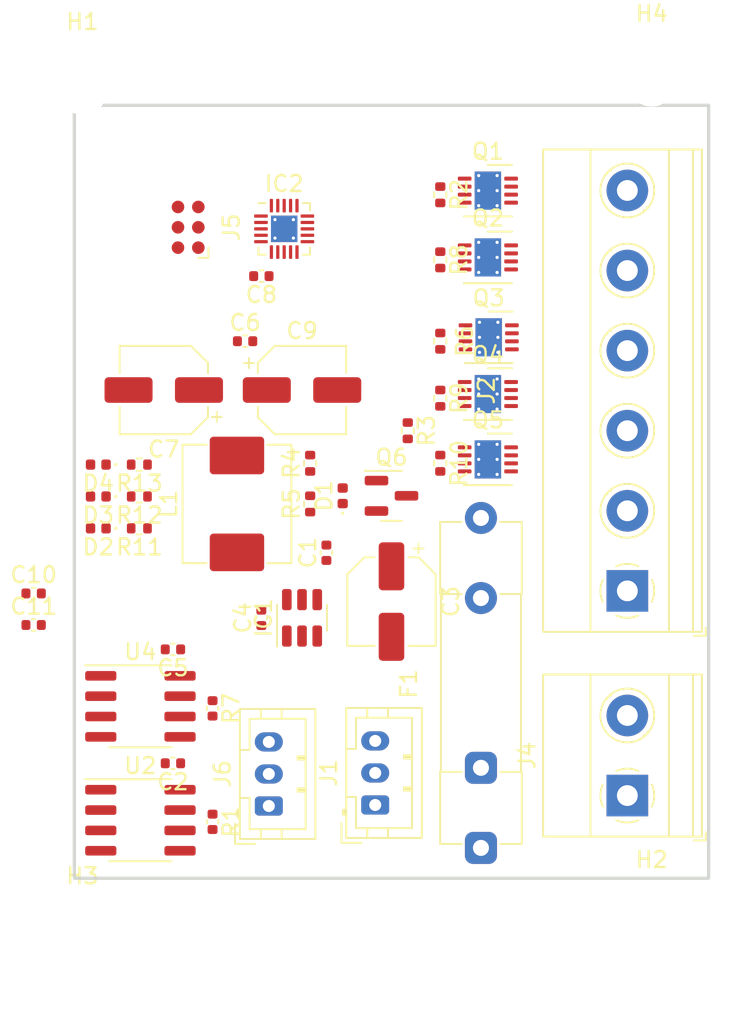
<source format=kicad_pcb>
(kicad_pcb (version 20221018) (generator pcbnew)
  (layers (0 "F.Cu" signal) (31 "B.Cu" signal) (34 "B.Paste" user) (35 "F.Paste" user) (36 "B.SilkS" user "B.Silkscreen") (37 "F.SilkS" user "F.Silkscreen") (38 "B.Mask" user) (39 "F.Mask" user) (44 "Edge.Cuts" user))
  (net 0 "")
  (net 1 "VCC")
  (net 2 "GND")
  (net 3 "+5V")
  (net 4 "Net-(IC1-CB)")
  (net 5 "Net-(IC1-SW)")
  (net 6 "Net-(D1-A)")
  (net 7 "Net-(IC1-FB)")
  (net 8 "RA")
  (net 9 "RB")
  (net 10 "R_OUT")
  (net 11 "G_OUT")
  (net 12 "B_OUT")
  (net 13 "TA")
  (net 14 "TB")
  (net 15 "W")
  (net 16 "R")
  (net 17 "G")
  (net 18 "B")
  (net 19 "WW")
  (net 20 "U2_RO")
  (net 21 "U2_DI")
  (net 22 "U4_RO")
  (net 24 "Net-(D2-A)")
  (net 25 "StateLed0")
  (net 26 "Net-(D3-A)")
  (net 27 "StateLed1")
  (net 28 "Net-(D4-A)")
  (net 29 "NRST")
  (net 31 "SCK")
  (net 32 "SWD")
  (net 33 "Net-(D1-K)")
  (net 34 "W_OUT")
  (net 35 "WW_OUT")
  (net 36 "Net-(J4-Pin_1)")
  (net 38 "Net-(IC2-PA1{slash}OSCI)")
  (net 39 "Net-(IC2-PA2{slash}OSCO)")
  (footprint "Package_TO_SOT_SMD:SOT-23-6" (layer "F.Cu") (at 101.6 54.864 90)
    (fp_text reference "IC1" (at 0 -2.4 90) (layer "F.SilkS"))
    (fp_text value "RY8310")
    (pad "1" smd roundrect (at -1.1375 -0.95 90) (size 1.325 0.6) (layers "F.Cu" "F.Paste" "F.Mask") (net 4 "Net-(IC1-CB)"))
    (pad "2" smd roundrect (at -1.1375 0 90) (size 1.325 0.6) (layers "F.Cu" "F.Paste" "F.Mask") (net 2 "GND"))
    (pad "3" smd roundrect (at -1.1375 0.95 90) (size 1.325 0.6) (layers "F.Cu" "F.Paste" "F.Mask") (net 7 "Net-(IC1-FB)"))
    (pad "4" smd roundrect (at 1.1375 0.95 90) (size 1.325 0.6) (layers "F.Cu" "F.Paste" "F.Mask") (net 33 "Net-(D1-K)"))
    (pad "5" smd roundrect (at 1.1375 0 90) (size 1.325 0.6) (layers "F.Cu" "F.Paste" "F.Mask") (net 33 "Net-(D1-K)"))
    (pad "6" smd roundrect (at 1.1375 -0.95 90) (size 1.325 0.6) (layers "F.Cu" "F.Paste" "F.Mask") (net 5 "Net-(IC1-SW)"))
  )
  (footprint "Resistor_SMD:R_0402_1005Metric" (layer "F.Cu") (at 91.438 49.276 180)
    (fp_text reference "R11" (at 0 -1.17) (layer "F.SilkS"))
    (fp_text value "1k")
    (pad "1" smd roundrect (at -0.51 0 180) (size 0.54 0.64) (layers "F.Cu" "F.Paste" "F.Mask") (net 3 "+5V"))
    (pad "2" smd roundrect (at 0.51 0 180) (size 0.54 0.64) (layers "F.Cu" "F.Paste" "F.Mask") (net 24 "Net-(D2-A)"))
  )
  (footprint "Capacitor_SMD:C_0402_1005Metric" (layer "F.Cu") (at 84.836 53.34)
    (fp_text reference "C10" (at 0 -1.16) (layer "F.SilkS"))
    (fp_text value "C")
    (pad "1" smd roundrect (at -0.48 0) (size 0.56 0.62) (layers "F.Cu" "F.Paste" "F.Mask") (net 38 "Net-(IC2-PA1{slash}OSCI)"))
    (pad "2" smd roundrect (at 0.48 0) (size 0.56 0.62) (layers "F.Cu" "F.Paste" "F.Mask") (net 2 "GND"))
  )
  (footprint "Connector:Tag-Connect_TC2030-IDC-NL_2x03_P1.27mm_Vertical" (layer "F.Cu") (at 94.488 30.48 90)
    (fp_text reference "J5" (at 0 2.7 90) (layer "F.SilkS"))
    (fp_text value "TagConnect")
    (pad "" np_thru_hole circle (at -2.54 0 90) (size 0.9906 0.9906) (drill 0.9906) (layers "*.Cu" "*.Mask"))
    (pad "" np_thru_hole circle (at 2.54 -1.016 90) (size 0.9906 0.9906) (drill 0.9906) (layers "*.Cu" "*.Mask"))
    (pad "" np_thru_hole circle (at 2.54 1.016 90) (size 0.9906 0.9906) (drill 0.9906) (layers "*.Cu" "*.Mask"))
    (pad "1" connect circle (at -1.27 0.635 90) (size 0.7874 0.7874) (layers "F.Cu" "F.Mask") (net 3 "+5V"))
    (pad "2" connect circle (at -1.27 -0.635 90) (size 0.7874 0.7874) (layers "F.Cu" "F.Mask") (net 32 "SWD"))
    (pad "3" connect circle (at 0 0.635 90) (size 0.7874 0.7874) (layers "F.Cu" "F.Mask") (net 29 "NRST"))
    (pad "4" connect circle (at 0 -0.635 90) (size 0.7874 0.7874) (layers "F.Cu" "F.Mask") (net 31 "SCK"))
    (pad "5" connect circle (at 1.27 0.635 90) (size 0.7874 0.7874) (layers "F.Cu" "F.Mask") (net 2 "GND"))
    (pad "6" connect circle (at 1.27 -0.635 90) (size 0.7874 0.7874) (layers "F.Cu" "F.Mask"))
  )
  (footprint "Resistor_SMD:R_0402_1005Metric" (layer "F.Cu") (at 110.236 45.21 -90)
    (fp_text reference "R10" (at 0 -1.17 90) (layer "F.SilkS"))
    (fp_text value "10k")
    (pad "1" smd roundrect (at -0.51 0 270) (size 0.54 0.64) (layers "F.Cu" "F.Paste" "F.Mask") (net 2 "GND"))
    (pad "2" smd roundrect (at 0.51 0 270) (size 0.54 0.64) (layers "F.Cu" "F.Paste" "F.Mask") (net 19 "WW"))
  )
  (footprint "MountingHole:MountingHole_3.2mm_M3" (layer "F.Cu") (at 87.884 75.184)
    (fp_text reference "H3" (at 0 -4.2) (layer "F.SilkS"))
    (fp_text value "MountingHole")
    (pad "" np_thru_hole circle (at 0 0) (size 3.2 3.2) (drill 3.2) (layers "*.Cu" "*.Mask"))
  )
  (footprint "Package_TO_SOT_SMD:SOT-23" (layer "F.Cu") (at 107.188 47.244)
    (fp_text reference "Q6" (at 0 -2.4) (layer "F.SilkS"))
    (fp_text value "AO3401A")
    (pad "1" smd roundrect (at -0.9375 -0.95) (size 1.475 0.6) (layers "F.Cu" "F.Paste" "F.Mask") (net 6 "Net-(D1-A)"))
    (pad "2" smd roundrect (at -0.9375 0.95) (size 1.475 0.6) (layers "F.Cu" "F.Paste" "F.Mask") (net 33 "Net-(D1-K)"))
    (pad "3" smd roundrect (at 0.9375 0) (size 1.475 0.6) (layers "F.Cu" "F.Paste" "F.Mask") (net 1 "VCC"))
  )
  (footprint "Package_DFN_QFN:DFN-8-1EP_3x3mm_P0.5mm_EP1.65x2.38mm_ThermalVias" (layer "F.Cu") (at 113.21 28.19)
    (fp_text reference "Q1" (at 0 -2.45) (layer "F.SilkS"))
    (fp_text value "AON7544")
    (pad "1" smd roundrect (at -1.45 -0.75) (size 0.85 0.25) (layers "F.Cu" "F.Paste" "F.Mask") (net 2 "GND"))
    (pad "2" smd roundrect (at -1.45 -0.25) (size 0.85 0.25) (layers "F.Cu" "F.Paste" "F.Mask") (net 2 "GND"))
    (pad "3" smd roundrect (at -1.45 0.25) (size 0.85 0.25) (layers "F.Cu" "F.Paste" "F.Mask") (net 2 "GND"))
    (pad "4" smd roundrect (at -1.45 0.75) (size 0.85 0.25) (layers "F.Cu" "F.Paste" "F.Mask") (net 15 "W"))
    (pad "5" smd roundrect (at 1.45 0.75) (size 0.85 0.25) (layers "F.Cu" "F.Paste" "F.Mask") (net 34 "W_OUT"))
    (pad "6" smd roundrect (at 1.45 0.25) (size 0.85 0.25) (layers "F.Cu" "F.Paste" "F.Mask"))
    (pad "7" smd roundrect (at 1.45 -0.25) (size 0.85 0.25) (layers "F.Cu" "F.Paste" "F.Mask"))
    (pad "8" smd roundrect (at 1.45 -0.75) (size 0.85 0.25) (layers "F.Cu" "F.Paste" "F.Mask"))
    (pad "9" thru_hole circle (at -0.575 -0.94) (size 0.5 0.5) (drill 0.2) (layers "*.Cu"))
    (pad "9" thru_hole circle (at -0.575 0) (size 0.5 0.5) (drill 0.2) (layers "*.Cu"))
    (pad "9" thru_hole circle (at -0.575 0.94) (size 0.5 0.5) (drill 0.2) (layers "*.Cu"))
    (pad "9" smd rect (at 0 0) (size 1.65 2.38) (layers "F.Cu" "F.Mask"))
    (pad "9" smd rect (at 0 0) (size 1.65 2.38) (layers "B.Cu"))
    (pad "9" thru_hole circle (at 0.575 -0.94) (size 0.5 0.5) (drill 0.2) (layers "*.Cu"))
    (pad "9" thru_hole circle (at 0.575 0) (size 0.5 0.5) (drill 0.2) (layers "*.Cu"))
    (pad "9" thru_hole circle (at 0.575 0.94) (size 0.5 0.5) (drill 0.2) (layers "*.Cu"))
  )
  (footprint "Resistor_SMD:R_0402_1005Metric" (layer "F.Cu") (at 110.236 28.448 -90)
    (fp_text reference "R2" (at 0 -1.17 90) (layer "F.SilkS"))
    (fp_text value "10k")
    (pad "1" smd roundrect (at -0.51 0 270) (size 0.54 0.64) (layers "F.Cu" "F.Paste" "F.Mask") (net 2 "GND"))
    (pad "2" smd roundrect (at 0.51 0 270) (size 0.54 0.64) (layers "F.Cu" "F.Paste" "F.Mask") (net 15 "W"))
  )
  (footprint "Diode_SMD:D_0402_1005Metric" (layer "F.Cu") (at 104.14 47.244 90)
    (fp_text reference "D1" (at 0 -1.17 90) (layer "F.SilkS"))
    (fp_text value "15V")
    (pad "1" smd roundrect (at -0.485 0 90) (size 0.59 0.64) (layers "F.Cu" "F.Paste" "F.Mask") (net 33 "Net-(D1-K)"))
    (pad "2" smd roundrect (at 0.485 0 90) (size 0.59 0.64) (layers "F.Cu" "F.Paste" "F.Mask") (net 6 "Net-(D1-A)"))
  )
  (footprint "Capacitor_SMD:C_0402_1005Metric" (layer "F.Cu") (at 99.06 54.864 90)
    (fp_text reference "C4" (at 0 -1.16 90) (layer "F.SilkS"))
    (fp_text value "100n")
    (pad "1" smd roundrect (at -0.48 0 90) (size 0.56 0.62) (layers "F.Cu" "F.Paste" "F.Mask") (net 4 "Net-(IC1-CB)"))
    (pad "2" smd roundrect (at 0.48 0 90) (size 0.56 0.62) (layers "F.Cu" "F.Paste" "F.Mask") (net 5 "Net-(IC1-SW)"))
  )
  (footprint "Fuse:Fuseholder_Clip-5x20mm_Schurter_CQM_Inline_P20.60x5.00mm_D1.00mm_Horizontal" (layer "F.Cu") (at 112.776 69.228 90)
    (fp_text reference "F1" (at 10.236 -4.516 90) (layer "F.SilkS"))
    (fp_text value "Fuse")
    (pad "1" thru_hole roundrect (at 0 0 90) (size 2 2) (drill 1) (layers "*.Cu" "*.Mask") (net 36 "Net-(J4-Pin_1)"))
    (pad "1" thru_hole roundrect (at 5 0 90) (size 2 2) (drill 1) (layers "*.Cu" "*.Mask") (net 36 "Net-(J4-Pin_1)"))
    (pad "2" thru_hole circle (at 15.6 0 90) (size 2 2) (drill 1) (layers "*.Cu" "*.Mask") (net 1 "VCC"))
    (pad "2" thru_hole circle (at 20.6 0 90) (size 2 2) (drill 1) (layers "*.Cu" "*.Mask") (net 1 "VCC"))
  )
  (footprint "Inductor_SMD:L_Abracon_ASPI-0630LR" (layer "F.Cu") (at 97.536 47.752 90)
    (fp_text reference "L1" (at 0 -4.25 90) (layer "F.SilkS"))
    (fp_text value "4.7u")
    (pad "1" smd roundrect (at -3.025 0 90) (size 2.35 3.4) (layers "F.Cu" "F.Paste" "F.Mask") (roundrect_rratio 0.1) (net 5 "Net-(IC1-SW)"))
    (pad "2" smd roundrect (at 3.025 0 90) (size 2.35 3.4) (layers "F.Cu" "F.Paste" "F.Mask") (roundrect_rratio 0.1) (net 3 "+5V"))
  )
  (footprint "Package_DFN_QFN:DFN-8-1EP_3x3mm_P0.5mm_EP1.65x2.38mm_ThermalVias" (layer "F.Cu") (at 113.21 32.36)
    (fp_text reference "Q2" (at 0 -2.45) (layer "F.SilkS"))
    (fp_text value "AON7544")
    (pad "1" smd roundrect (at -1.45 -0.75) (size 0.85 0.25) (layers "F.Cu" "F.Paste" "F.Mask") (net 2 "GND"))
    (pad "2" smd roundrect (at -1.45 -0.25) (size 0.85 0.25) (layers "F.Cu" "F.Paste" "F.Mask") (net 2 "GND"))
    (pad "3" smd roundrect (at -1.45 0.25) (size 0.85 0.25) (layers "F.Cu" "F.Paste" "F.Mask") (net 2 "GND"))
    (pad "4" smd roundrect (at -1.45 0.75) (size 0.85 0.25) (layers "F.Cu" "F.Paste" "F.Mask") (net 16 "R"))
    (pad "5" smd roundrect (at 1.45 0.75) (size 0.85 0.25) (layers "F.Cu" "F.Paste" "F.Mask") (net 10 "R_OUT"))
    (pad "6" smd roundrect (at 1.45 0.25) (size 0.85 0.25) (layers "F.Cu" "F.Paste" "F.Mask"))
    (pad "7" smd roundrect (at 1.45 -0.25) (size 0.85 0.25) (layers "F.Cu" "F.Paste" "F.Mask"))
    (pad "8" smd roundrect (at 1.45 -0.75) (size 0.85 0.25) (layers "F.Cu" "F.Paste" "F.Mask"))
    (pad "9" thru_hole circle (at -0.575 -0.94) (size 0.5 0.5) (drill 0.2) (layers "*.Cu"))
    (pad "9" thru_hole circle (at -0.575 0) (size 0.5 0.5) (drill 0.2) (layers "*.Cu"))
    (pad "9" thru_hole circle (at -0.575 0.94) (size 0.5 0.5) (drill 0.2) (layers "*.Cu"))
    (pad "9" smd rect (at 0 0) (size 1.65 2.38) (layers "F.Cu" "F.Mask"))
    (pad "9" smd rect (at 0 0) (size 1.65 2.38) (layers "B.Cu"))
    (pad "9" thru_hole circle (at 0.575 -0.94) (size 0.5 0.5) (drill 0.2) (layers "*.Cu"))
    (pad "9" thru_hole circle (at 0.575 0) (size 0.5 0.5) (drill 0.2) (layers "*.Cu"))
    (pad "9" thru_hole circle (at 0.575 0.94) (size 0.5 0.5) (drill 0.2) (layers "*.Cu"))
  )
  (footprint "Capacitor_SMD:C_0402_1005Metric" (layer "F.Cu") (at 99.06 33.528 180)
    (fp_text reference "C8" (at 0 -1.16) (layer "F.SilkS"))
    (fp_text value "100n")
    (pad "1" smd roundrect (at -0.48 0 180) (size 0.56 0.62) (layers "F.Cu" "F.Paste" "F.Mask") (net 3 "+5V"))
    (pad "2" smd roundrect (at 0.48 0 180) (size 0.56 0.62) (layers "F.Cu" "F.Paste" "F.Mask") (net 2 "GND"))
  )
  (footprint "LED_SMD:LED_0402_1005Metric" (layer "F.Cu") (at 88.875 49.276 180)
    (fp_text reference "D2" (at 0 -1.17) (layer "F.SilkS"))
    (fp_text value "LED")
    (pad "1" smd roundrect (at -0.485 0 180) (size 0.59 0.64) (layers "F.Cu" "F.Paste" "F.Mask") (net 2 "GND"))
    (pad "2" smd roundrect (at 0.485 0 180) (size 0.59 0.64) (layers "F.Cu" "F.Paste" "F.Mask") (net 24 "Net-(D2-A)"))
  )
  (footprint "Package_DFN_QFN:DFN-8-1EP_3x3mm_P0.5mm_EP1.65x2.38mm_ThermalVias" (layer "F.Cu") (at 113.21 44.97)
    (fp_text reference "Q5" (at 0 -2.45) (layer "F.SilkS"))
    (fp_text value "AON7544")
    (pad "1" smd roundrect (at -1.45 -0.75) (size 0.85 0.25) (layers "F.Cu" "F.Paste" "F.Mask") (net 2 "GND"))
    (pad "2" smd roundrect (at -1.45 -0.25) (size 0.85 0.25) (layers "F.Cu" "F.Paste" "F.Mask") (net 2 "GND"))
    (pad "3" smd roundrect (at -1.45 0.25) (size 0.85 0.25) (layers "F.Cu" "F.Paste" "F.Mask") (net 2 "GND"))
    (pad "4" smd roundrect (at -1.45 0.75) (size 0.85 0.25) (layers "F.Cu" "F.Paste" "F.Mask") (net 19 "WW"))
    (pad "5" smd roundrect (at 1.45 0.75) (size 0.85 0.25) (layers "F.Cu" "F.Paste" "F.Mask") (net 35 "WW_OUT"))
    (pad "6" smd roundrect (at 1.45 0.25) (size 0.85 0.25) (layers "F.Cu" "F.Paste" "F.Mask"))
    (pad "7" smd roundrect (at 1.45 -0.25) (size 0.85 0.25) (layers "F.Cu" "F.Paste" "F.Mask"))
    (pad "8" smd roundrect (at 1.45 -0.75) (size 0.85 0.25) (layers "F.Cu" "F.Paste" "F.Mask"))
    (pad "9" thru_hole circle (at -0.575 -0.94) (size 0.5 0.5) (drill 0.2) (layers "*.Cu"))
    (pad "9" thru_hole circle (at -0.575 0) (size 0.5 0.5) (drill 0.2) (layers "*.Cu"))
    (pad "9" thru_hole circle (at -0.575 0.94) (size 0.5 0.5) (drill 0.2) (layers "*.Cu"))
    (pad "9" smd rect (at 0 0) (size 1.65 2.38) (layers "F.Cu" "F.Mask"))
    (pad "9" smd rect (at 0 0) (size 1.65 2.38) (layers "B.Cu"))
    (pad "9" thru_hole circle (at 0.575 -0.94) (size 0.5 0.5) (drill 0.2) (layers "*.Cu"))
    (pad "9" thru_hole circle (at 0.575 0) (size 0.5 0.5) (drill 0.2) (layers "*.Cu"))
    (pad "9" thru_hole circle (at 0.575 0.94) (size 0.5 0.5) (drill 0.2) (layers "*.Cu"))
  )
  (footprint "Capacitor_SMD:CP_Elec_5x5.4" (layer "F.Cu") (at 107.188 53.848 -90)
    (fp_text reference "C3" (at 0 -3.7 90) (layer "F.SilkS"))
    (fp_text value "47u")
    (pad "1" smd roundrect (at -2.2 0 270) (size 3 1.6) (layers "F.Cu" "F.Paste" "F.Mask") (roundrect_rratio 0.15625) (net 33 "Net-(D1-K)"))
    (pad "2" smd roundrect (at 2.2 0 270) (size 3 1.6) (layers "F.Cu" "F.Paste" "F.Mask") (roundrect_rratio 0.15625) (net 2 "GND"))
  )
  (footprint "Package_SO:SOIC-8_3.9x4.9mm_P1.27mm" (layer "F.Cu") (at 91.505 67.501)
    (fp_text reference "U2" (at 0 -3.4) (layer "F.SilkS"))
    (fp_text value "MAX485E")
    (pad "1" smd roundrect (at -2.475 -1.905) (size 1.95 0.6) (layers "F.Cu" "F.Paste" "F.Mask") (net 20 "U2_RO"))
    (pad "2" smd roundrect (at -2.475 -0.635) (size 1.95 0.6) (layers "F.Cu" "F.Paste" "F.Mask") (net 3 "+5V"))
    (pad "3" smd roundrect (at -2.475 0.635) (size 1.95 0.6) (layers "F.Cu" "F.Paste" "F.Mask") (net 3 "+5V"))
    (pad "4" smd roundrect (at -2.475 1.905) (size 1.95 0.6) (layers "F.Cu" "F.Paste" "F.Mask") (net 21 "U2_DI"))
    (pad "5" smd roundrect (at 2.475 1.905) (size 1.95 0.6) (layers "F.Cu" "F.Paste" "F.Mask") (net 2 "GND"))
    (pad "6" smd roundrect (at 2.475 0.635) (size 1.95 0.6) (layers "F.Cu" "F.Paste" "F.Mask") (net 8 "RA"))
    (pad "7" smd roundrect (at 2.475 -0.635) (size 1.95 0.6) (layers "F.Cu" "F.Paste" "F.Mask") (net 9 "RB"))
    (pad "8" smd roundrect (at 2.475 -1.905) (size 1.95 0.6) (layers "F.Cu" "F.Paste" "F.Mask") (net 3 "+5V"))
  )
  (footprint "Capacitor_SMD:C_0402_1005Metric" (layer "F.Cu") (at 103.124 50.8 90)
    (fp_text reference "C1" (at 0 -1.16 90) (layer "F.SilkS"))
    (fp_text value "100n")
    (pad "1" smd roundrect (at -0.48 0 90) (size 0.56 0.62) (layers "F.Cu" "F.Paste" "F.Mask") (net 33 "Net-(D1-K)"))
    (pad "2" smd roundrect (at 0.48 0 90) (size 0.56 0.62) (layers "F.Cu" "F.Paste" "F.Mask") (net 2 "GND"))
  )
  (footprint "Resistor_SMD:R_0402_1005Metric" (layer "F.Cu") (at 110.236 37.59 -90)
    (fp_text reference "R6" (at 0 -1.524 90) (layer "F.SilkS"))
    (fp_text value "10k")
    (pad "1" smd roundrect (at -0.51 0 270) (size 0.54 0.64) (layers "F.Cu" "F.Paste" "F.Mask") (net 2 "GND"))
    (pad "2" smd roundrect (at 0.51 0 270) (size 0.54 0.64) (layers "F.Cu" "F.Paste" "F.Mask") (net 17 "G"))
  )
  (footprint "Connector_JST:JST_PH_B3B-PH-K_1x03_P2.00mm_Vertical" (layer "F.Cu") (at 99.526 66.612 90)
    (fp_text reference "J6" (at 2 -2.9 90) (layer "F.SilkS"))
    (fp_text value "Conn_01x03_Socket")
    (pad "1" thru_hole roundrect (at 0 0 90) (size 1.2 1.75) (drill 0.75) (layers "*.Cu" "*.Mask") (roundrect_rratio 0.208333) (net 13 "TA"))
    (pad "2" thru_hole oval (at 2 0 90) (size 1.2 1.75) (drill 0.75) (layers "*.Cu" "*.Mask") (net 14 "TB"))
    (pad "3" thru_hole oval (at 4 0 90) (size 1.2 1.75) (drill 0.75) (layers "*.Cu" "*.Mask") (net 2 "GND"))
  )
  (footprint "Resistor_SMD:R_0402_1005Metric" (layer "F.Cu") (at 102.108 47.752 90)
    (fp_text reference "R5" (at 0 -1.17 90) (layer "F.SilkS"))
    (fp_text value "10k")
    (pad "1" smd roundrect (at -0.51 0 90) (size 0.54 0.64) (layers "F.Cu" "F.Paste" "F.Mask") (net 2 "GND"))
    (pad "2" smd roundrect (at 0.51 0 90) (size 0.54 0.64) (layers "F.Cu" "F.Paste" "F.Mask") (net 7 "Net-(IC1-FB)"))
  )
  (footprint "Capacitor_SMD:C_0402_1005Metric" (layer "F.Cu") (at 93.537 63.945 180)
    (fp_text reference "C2" (at 0 -1.16) (layer "F.SilkS"))
    (fp_text value "100n")
    (pad "1" smd roundrect (at -0.48 0 180) (size 0.56 0.62) (layers "F.Cu" "F.Paste" "F.Mask") (net 3 "+5V"))
    (pad "2" smd roundrect (at 0.48 0 180) (size 0.56 0.62) (layers "F.Cu" "F.Paste" "F.Mask") (net 2 "GND"))
  )
  (footprint "Resistor_SMD:R_0402_1005Metric" (layer "F.Cu") (at 108.204 43.18 -90)
    (fp_text reference "R3" (at 0 -1.17 90) (layer "F.SilkS"))
    (fp_text value "100k")
    (pad "1" smd roundrect (at -0.51 0 270) (size 0.54 0.64) (layers "F.Cu" "F.Paste" "F.Mask") (net 6 "Net-(D1-A)"))
    (pad "2" smd roundrect (at 0.51 0 270) (size 0.54 0.64) (layers "F.Cu" "F.Paste" "F.Mask") (net 2 "GND"))
  )
  (footprint "Resistor_SMD:R_0402_1005Metric" (layer "F.Cu") (at 110.236 32.512 -90)
    (fp_text reference "R8" (at 0 -1.17 90) (layer "F.SilkS"))
    (fp_text value "10k")
    (pad "1" smd roundrect (at -0.51 0 270) (size 0.54 0.64) (layers "F.Cu" "F.Paste" "F.Mask") (net 2 "GND"))
    (pad "2" smd roundrect (at 0.51 0 270) (size 0.54 0.64) (layers "F.Cu" "F.Paste" "F.Mask") (net 16 "R"))
  )
  (footprint "Package_SO:SOIC-8_3.9x4.9mm_P1.27mm" (layer "F.Cu") (at 91.505 60.389)
    (fp_text reference "U4" (at 0 -3.4) (layer "F.SilkS"))
    (fp_text value "MAX485E")
    (pad "1" smd roundrect (at -2.475 -1.905) (size 1.95 0.6) (layers "F.Cu" "F.Paste" "F.Mask") (net 22 "U4_RO"))
    (pad "2" smd roundrect (at -2.475 -0.635) (size 1.95 0.6) (layers "F.Cu" "F.Paste" "F.Mask") (net 2 "GND"))
    (pad "3" smd roundrect (at -2.475 0.635) (size 1.95 0.6) (layers "F.Cu" "F.Paste" "F.Mask") (net 2 "GND"))
    (pad "4" smd roundrect (at -2.475 1.905) (size 1.95 0.6) (layers "F.Cu" "F.Paste" "F.Mask"))
    (pad "5" smd roundrect (at 2.475 1.905) (size 1.95 0.6) (layers "F.Cu" "F.Paste" "F.Mask") (net 2 "GND"))
    (pad "6" smd roundrect (at 2.475 0.635) (size 1.95 0.6) (layers "F.Cu" "F.Paste" "F.Mask") (net 13 "TA"))
    (pad "7" smd roundrect (at 2.475 -0.635) (size 1.95 0.6) (layers "F.Cu" "F.Paste" "F.Mask") (net 14 "TB"))
    (pad "8" smd roundrect (at 2.475 -1.905) (size 1.95 0.6) (layers "F.Cu" "F.Paste" "F.Mask") (net 3 "+5V"))
  )
  (footprint "Capacitor_SMD:C_0402_1005Metric" (layer "F.Cu") (at 96.012 60.516 -90)
    (fp_text reference "R7" (at 0 -1.16 90) (layer "F.SilkS"))
    (fp_text value "NC")
    (pad "1" smd roundrect (at -0.48 0 270) (size 0.56 0.62) (layers "F.Cu" "F.Paste" "F.Mask") (net 14 "TB"))
    (pad "2" smd roundrect (at 0.48 0 270) (size 0.56 0.62) (layers "F.Cu" "F.Paste" "F.Mask") (net 13 "TA"))
  )
  (footprint "Capacitor_SMD:C_0402_1005Metric" (layer "F.Cu") (at 93.537 56.833 180)
    (fp_text reference "C5" (at 0 -1.16) (layer "F.SilkS"))
    (fp_text value "100n")
    (pad "1" smd roundrect (at -0.48 0 180) (size 0.56 0.62) (layers "F.Cu" "F.Paste" "F.Mask") (net 3 "+5V"))
    (pad "2" smd roundrect (at 0.48 0 180) (size 0.56 0.62) (layers "F.Cu" "F.Paste" "F.Mask") (net 2 "GND"))
  )
  (footprint "Resistor_SMD:R_0402_1005Metric" (layer "F.Cu") (at 91.438 47.286 180)
    (fp_text reference "R12" (at 0 -1.17) (layer "F.SilkS"))
    (fp_text value "1k")
    (pad "1" smd roundrect (at -0.51 0 180) (size 0.54 0.64) (layers "F.Cu" "F.Paste" "F.Mask") (net 3 "+5V"))
    (pad "2" smd roundrect (at 0.51 0 180) (size 0.54 0.64) (layers "F.Cu" "F.Paste" "F.Mask") (net 26 "Net-(D3-A)"))
  )
  (footprint "Package_DFN_QFN:DFN-8-1EP_3x3mm_P0.5mm_EP1.65x2.38mm_ThermalVias" (layer "F.Cu") (at 113.21 40.89)
    (fp_text reference "Q4" (at 0 -2.45) (layer "F.SilkS"))
    (fp_text value "AON7544")
    (pad "1" smd roundrect (at -1.45 -0.75) (size 0.85 0.25) (layers "F.Cu" "F.Paste" "F.Mask") (net 2 "GND"))
    (pad "2" smd roundrect (at -1.45 -0.25) (size 0.85 0.25) (layers "F.Cu" "F.Paste" "F.Mask") (net 2 "GND"))
    (pad "3" smd roundrect (at -1.45 0.25) (size 0.85 0.25) (layers "F.Cu" "F.Paste" "F.Mask") (net 2 "GND"))
    (pad "4" smd roundrect (at -1.45 0.75) (size 0.85 0.25) (layers "F.Cu" "F.Paste" "F.Mask") (net 18 "B"))
    (pad "5" smd roundrect (at 1.45 0.75) (size 0.85 0.25) (layers "F.Cu" "F.Paste" "F.Mask") (net 12 "B_OUT"))
    (pad "6" smd roundrect (at 1.45 0.25) (size 0.85 0.25) (layers "F.Cu" "F.Paste" "F.Mask"))
    (pad "7" smd roundrect (at 1.45 -0.25) (size 0.85 0.25) (layers "F.Cu" "F.Paste" "F.Mask"))
    (pad "8" smd roundrect (at 1.45 -0.75) (size 0.85 0.25) (layers "F.Cu" "F.Paste" "F.Mask"))
    (pad "9" thru_hole circle (at -0.575 -0.94) (size 0.5 0.5) (drill 0.2) (layers "*.Cu"))
    (pad "9" thru_hole circle (at -0.575 0) (size 0.5 0.5) (drill 0.2) (layers "*.Cu"))
    (pad "9" thru_hole circle (at -0.575 0.94) (size 0.5 0.5) (drill 0.2) (layers "*.Cu"))
    (pad "9" smd rect (at 0 0) (size 1.65 2.38) (layers "F.Cu" "F.Mask"))
    (pad "9" smd rect (at 0 0) (size 1.65 2.38) (layers "B.Cu"))
    (pad "9" thru_hole circle (at 0.575 -0.94) (size 0.5 0.5) (drill 0.2) (layers "*.Cu"))
    (pad "9" thru_hole circle (at 0.575 0) (size 0.5 0.5) (drill 0.2) (layers "*.Cu"))
    (pad "9" thru_hole circle (at 0.575 0.94) (size 0.5 0.5) (drill 0.2) (layers "*.Cu"))
  )
  (footprint "LED_SMD:LED_0402_1005Metric" (layer "F.Cu") (at 88.875 47.286 180)
    (fp_text reference "D3" (at 0 -1.17) (layer "F.SilkS"))
    (fp_text value "LED")
    (pad "1" smd roundrect (at -0.485 0 180) (size 0.59 0.64) (layers "F.Cu" "F.Paste" "F.Mask") (net 25 "StateLed0"))
    (pad "2" smd roundrect (at 0.485 0 180) (size 0.59 0.64) (layers "F.Cu" "F.Paste" "F.Mask") (net 26 "Net-(D3-A)"))
  )
  (footprint "Capacitor_SMD:C_0402_1005Metric" (layer "F.Cu") (at 96.012 67.6 -90)
    (fp_text reference "R1" (at 0 -1.16 90) (layer "F.SilkS"))
    (fp_text value "1k")
    (pad "1" smd roundrect (at -0.48 0 270) (size 0.56 0.62) (layers "F.Cu" "F.Paste" "F.Mask") (net 9 "RB"))
    (pad "2" smd roundrect (at 0.48 0 270) (size 0.56 0.62) (layers "F.Cu" "F.Paste" "F.Mask") (net 8 "RA"))
  )
  (footprint "MountingHole:MountingHole_3.2mm_M3" (layer "F.Cu") (at 123.444 74.168)
    (fp_text reference "H2" (at 0 -4.2) (layer "F.SilkS"))
    (fp_text value "MountingHole")
    (pad "" np_thru_hole circle (at 0 0) (size 3.2 3.2) (drill 3.2) (layers "*.Cu" "*.Mask"))
  )
  (footprint "Capacitor_SMD:C_0402_1005Metric" (layer "F.Cu") (at 84.836 55.31)
    (fp_text reference "C11" (at 0 -1.16) (layer "F.SilkS"))
    (fp_text value "C")
    (pad "1" smd roundrect (at -0.48 0) (size 0.56 0.62) (layers "F.Cu" "F.Paste" "F.Mask") (net 39 "Net-(IC2-PA2{slash}OSCO)"))
    (pad "2" smd roundrect (at 0.48 0) (size 0.56 0.62) (layers "F.Cu" "F.Paste" "F.Mask") (net 2 "GND"))
  )
  (footprint "TerminalBlock_Phoenix:TerminalBlock_Phoenix_MKDS-1,5-6_1x06_P5.00mm_Horizontal" (layer "F.Cu") (at 121.92 53.18 90)
    (fp_text reference "J2" (at 12.5 -8.8 90) (layer "F.SilkS"))
    (fp_text value "Conn_01x06_Socket")
    (pad "1" thru_hole rect (at 0 0 90) (size 2.6 2.6) (drill 1.3) (layers "*.Cu" "*.Mask") (net 1 "VCC"))
    (pad "2" thru_hole circle (at 5 0 90) (size 2.6 2.6) (drill 1.3) (layers "*.Cu" "*.Mask") (net 10 "R_OUT"))
    (pad "3" thru_hole circle (at 10 0 90) (size 2.6 2.6) (drill 1.3) (layers "*.Cu" "*.Mask") (net 11 "G_OUT"))
    (pad "4" thru_hole circle (at 15 0 90) (size 2.6 2.6) (drill 1.3) (layers "*.Cu" "*.Mask") (net 12 "B_OUT"))
    (pad "5" thru_hole circle (at 20 0 90) (size 2.6 2.6) (drill 1.3) (layers "*.Cu" "*.Mask") (net 34 "W_OUT"))
    (pad "6" thru_hole circle (at 25 0 90) (size 2.6 2.6) (drill 1.3) (layers "*.Cu" "*.Mask") (net 35 "WW_OUT"))
  )
  (footprint "LED_SMD:LED_0402_1005Metric" (layer "F.Cu") (at 88.875 45.296 180)
    (fp_text reference "D4" (at 0 -1.17) (layer "F.SilkS"))
    (fp_text value "LED")
    (pad "1" smd roundrect (at -0.485 0 180) (size 0.59 0.64) (layers "F.Cu" "F.Paste" "F.Mask") (net 27 "StateLed1"))
    (pad "2" smd roundrect (at 0.485 0 180) (size 0.59 0.64) (layers "F.Cu" "F.Paste" "F.Mask") (net 28 "Net-(D4-A)"))
  )
  (footprint "Resistor_SMD:R_0402_1005Metric" (layer "F.Cu") (at 102.108 45.212 90)
    (fp_text reference "R4" (at 0 -1.17 90) (layer "F.SilkS"))
    (fp_text value "52.50 k")
    (pad "1" smd roundrect (at -0.51 0 90) (size 0.54 0.64) (layers "F.Cu" "F.Paste" "F.Mask") (net 7 "Net-(IC1-FB)"))
    (pad "2" smd roundrect (at 0.51 0 90) (size 0.54 0.64) (layers "F.Cu" "F.Paste" "F.Mask") (net 3 "+5V"))
  )
  (footprint "MountingHole:MountingHole_3.2mm_M3" (layer "F.Cu") (at 87.884 21.844)
    (fp_text reference "H1" (at 0 -4.2) (layer "F.SilkS"))
    (fp_text value "MountingHole")
    (pad "" np_thru_hole circle (at 0 0) (size 3.2 3.2) (drill 3.2) (layers "*.Cu" "*.Mask"))
  )
  (footprint "TerminalBlock_Phoenix:TerminalBlock_Phoenix_MKDS-1,5-2_1x02_P5.00mm_Horizontal" (layer "F.Cu") (at 121.92 65.96 90)
    (fp_text reference "J4" (at 2.5 -6.26 90) (layer "F.SilkS"))
    (fp_text value "Conn_01x02_Pin")
    (pad "1" thru_hole rect (at 0 0 90) (size 2.6 2.6) (drill 1.3) (layers "*.Cu" "*.Mask") (net 36 "Net-(J4-Pin_1)"))
    (pad "2" thru_hole circle (at 5 0 90) (size 2.6 2.6) (drill 1.3) (layers "*.Cu" "*.Mask") (net 2 "GND"))
  )
  (footprint "Capacitor_SMD:CP_Elec_5x5.4" (layer "F.Cu") (at 101.6 40.64)
    (fp_text reference "C9" (at 0 -3.7) (layer "F.SilkS"))
    (fp_text value "22u")
    (pad "1" smd roundrect (at -2.2 0) (size 3 1.6) (layers "F.Cu" "F.Paste" "F.Mask") (roundrect_rratio 0.15625) (net 3 "+5V"))
    (pad "2" smd roundrect (at 2.2 0) (size 3 1.6) (layers "F.Cu" "F.Paste" "F.Mask") (roundrect_rratio 0.15625) (net 2 "GND"))
  )
  (footprint "Capacitor_SMD:C_0402_1005Metric" (layer "F.Cu") (at 98.044 37.592)
    (fp_text reference "C6" (at 0 -1.16) (layer "F.SilkS"))
    (fp_text value "100n")
    (pad "1" smd roundrect (at -0.48 0) (size 0.56 0.62) (layers "F.Cu" "F.Paste" "F.Mask") (net 3 "+5V"))
    (pad "2" smd roundrect (at 0.48 0) (size 0.56 0.62) (layers "F.Cu" "F.Paste" "F.Mask") (net 2 "GND"))
  )
  (footprint "Package_DFN_QFN:DFN-8-1EP_3x3mm_P0.5mm_EP1.65x2.38mm_ThermalVias" (layer "F.Cu") (at 113.26 37.35)
    (fp_text reference "Q3" (at 0 -2.45) (layer "F.SilkS"))
    (fp_text value "AON7544")
    (pad "1" smd roundrect (at -1.45 -0.75) (size 0.85 0.25) (layers "F.Cu" "F.Paste" "F.Mask") (net 2 "GND"))
    (pad "2" smd roundrect (at -1.45 -0.25) (size 0.85 0.25) (layers "F.Cu" "F.Paste" "F.Mask") (net 2 "GND"))
    (pad "3" smd roundrect (at -1.45 0.25) (size 0.85 0.25) (layers "F.Cu" "F.Paste" "F.Mask") (net 2 "GND"))
    (pad "4" smd roundrect (at -1.45 0.75) (size 0.85 0.25) (layers "F.Cu" "F.Paste" "F.Mask") (net 17 "G"))
    (pad "5" smd roundrect (at 1.45 0.75) (size 0.85 0.25) (layers "F.Cu" "F.Paste" "F.Mask") (net 11 "G_OUT"))
    (pad "6" smd roundrect (at 1.45 0.25) (size 0.85 0.25) (layers "F.Cu" "F.Paste" "F.Mask"))
    (pad "7" smd roundrect (at 1.45 -0.25) (size 0.85 0.25) (layers "F.Cu" "F.Paste" "F.Mask"))
    (pad "8" smd roundrect (at 1.45 -0.75) (size 0.85 0.25) (layers "F.Cu" "F.Paste" "F.Mask"))
    (pad "9" thru_hole circle (at -0.575 -0.94) (size 0.5 0.5) (drill 0.2) (layers "*.Cu"))
    (pad "9" thru_hole circle (at -0.575 0) (size 0.5 0.5) (drill 0.2) (layers "*.Cu"))
    (pad "9" thru_hole circle (at -0.575 0.94) (size 0.5 0.5) (drill 0.2) (layers "*.Cu"))
    (pad "9" smd rect (at 0 0) (size 1.65 2.38) (layers "F.Cu" "F.Mask"))
    (pad "9" smd rect (at 0 0) (size 1.65 2.38) (layers "B.Cu"))
    (pad "9" thru_hole circle (at 0.575 -0.94) (size 0.5 0.5) (drill 0.2) (layers "*.Cu"))
    (pad "9" thru_hole circle (at 0.575 0) (size 0.5 0.5) (drill 0.2) (layers "*.Cu"))
    (pad "9" thru_hole circle (at 0.575 0.94) (size 0.5 0.5) (drill 0.2) (layers "*.Cu"))
  )
  (footprint "Resistor_SMD:R_0402_1005Metric" (layer "F.Cu") (at 110.236 41.148 -90)
    (fp_text reference "R9" (at 0 -1.17 90) (layer "F.SilkS"))
    (fp_text value "10k")
    (pad "1" smd roundrect (at -0.51 0 270) (size 0.54 0.64) (layers "F.Cu" "F.Paste" "F.Mask") (net 2 "GND"))
    (pad "2" smd roundrect (at 0.51 0 270) (size 0.54 0.64) (layers "F.Cu" "F.Paste" "F.Mask") (net 18 "B"))
  )
  (footprint "MountingHole:MountingHole_3.2mm_M3" (layer "F.Cu") (at 123.444 21.336)
    (fp_text reference "H4" (at 0 -4.2) (layer "F.SilkS"))
    (fp_text value "MountingHole")
    (pad "" np_thru_hole circle (at 0 0) (size 3.2 3.2) (drill 3.2) (layers "*.Cu" "*.Mask"))
  )
  (footprint "Package_DFN_QFN:QFN-20-1EP_3x3mm_P0.4mm_EP1.65x1.65mm_ThermalVias" (layer "F.Cu") (at 100.486 30.578)
    (fp_text reference "IC2" (at 0 -2.82) (layer "F.SilkS"))
    (fp_text value "CH32V003F4U6")
    (pad "1" smd roundrect (at -1.45 -0.8) (size 0.85 0.2) (layers "F.Cu" "F.Paste" "F.Mask") (net 29 "NRST"))
    (pad "2" smd roundrect (at -1.45 -0.4) (size 0.85 0.2) (layers "F.Cu" "F.Paste" "F.Mask"))
    (pad "3" smd roundrect (at -1.45 0) (size 0.85 0.2) (layers "F.Cu" "F.Paste" "F.Mask"))
    (pad "4" smd roundrect (at -1.45 0.4) (size 0.85 0.2) (layers "F.Cu" "F.Paste" "F.Mask") (net 2 "GND"))
    (pad "5" smd roundrect (at -1.45 0.8) (size 0.85 0.2) (layers "F.Cu" "F.Paste" "F.Mask"))
    (pad "6" smd roundrect (at -0.8 1.45) (size 0.2 0.85) (layers "F.Cu" "F.Paste" "F.Mask") (net 3 "+5V"))
    (pad "7" smd roundrect (at -0.4 1.45) (size 0.2 0.85) (layers "F.Cu" "F.Paste" "F.Mask") (net 18 "B"))
    (pad "8" smd roundrect (at 0 1.45) (size 0.2 0.85) (layers "F.Cu" "F.Paste" "F.Mask") (net 25 "StateLed0"))
    (pad "9" smd roundrect (at 0.4 1.45) (size 0.2 0.85) (layers "F.Cu" "F.Paste" "F.Mask") (net 27 "StateLed1"))
    (pad "10" smd roundrect (at 0.8 1.45) (size 0.2 0.85) (layers "F.Cu" "F.Paste" "F.Mask"))
    (pad "11" smd roundrect (at 1.45 0.8) (size 0.85 0.2) (layers "F.Cu" "F.Paste" "F.Mask"))
    (pad "12" smd roundrect (at 1.45 0.4) (size 0.85 0.2) (layers "F.Cu" "F.Paste" "F.Mask"))
    (pad "13" smd roundrect (at 1.45 0) (size 0.85 0.2) (layers "F.Cu" "F.Paste" "F.Mask") (net 16 "R"))
    (pad "14" smd roundrect (at 1.45 -0.4) (size 0.85 0.2) (layers "F.Cu" "F.Paste" "F.Mask") (net 17 "G"))
    (pad "15" smd roundrect (at 1.45 -0.8) (size 0.85 0.2) (layers "F.Cu" "F.Paste" "F.Mask") (net 32 "SWD"))
    (pad "16" smd roundrect (at 0.8 -1.45) (size 0.2 0.85) (layers "F.Cu" "F.Paste" "F.Mask"))
    (pad "17" smd roundrect (at 0.4 -1.45) (size 0.2 0.85) (layers "F.Cu" "F.Paste" "F.Mask") (net 15 "W"))
    (pad "18" smd roundrect (at 0 -1.45) (size 0.2 0.85) (layers "F.Cu" "F.Paste" "F.Mask") (net 19 "WW"))
    (pad "19" smd roundrect (at -0.4 -1.45) (size 0.2 0.85) (layers "F.Cu" "F.Paste" "F.Mask") (net 21 "U2_DI"))
    (pad "20" smd roundrect (at -0.8 -1.45) (size 0.2 0.85) (layers "F.Cu" "F.Paste" "F.Mask") (net 22 "U4_RO"))
    (pad "21" thru_hole circle (at -0.575 -0.575) (size 0.5 0.5) (drill 0.2) (layers "*.Cu") (net 2 "GND"))
    (pad "21" thru_hole circle (at -0.575 0.575) (size 0.5 0.5) (drill 0.2) (layers "*.Cu") (net 2 "GND"))
    (pad "21" smd rect (at 0 0) (size 1.65 1.65) (layers "F.Cu" "F.Mask") (net 2 "GND"))
    (pad "21" smd rect (at 0 0) (size 1.65 1.65) (layers "B.Cu") (net 2 "GND"))
    (pad "21" thru_hole circle (at 0.575 -0.575) (size 0.5 0.5) (drill 0.2) (layers "*.Cu") (net 2 "GND"))
    (pad "21" thru_hole circle (at 0.575 0.575) (size 0.5 0.5) (drill 0.2) (layers "*.Cu") (net 2 "GND"))
  )
  (footprint "Capacitor_SMD:CP_Elec_5x5.4" (layer "F.Cu") (at 92.964 40.64 180)
    (fp_text reference "C7" (at 0 -3.7) (layer "F.SilkS"))
    (fp_text value "22u")
    (pad "1" smd roundrect (at -2.2 0 180) (size 3 1.6) (layers "F.Cu" "F.Paste" "F.Mask") (roundrect_rratio 0.15625) (net 3 "+5V"))
    (pad "2" smd roundrect (at 2.2 0 180) (size 3 1.6) (layers "F.Cu" "F.Paste" "F.Mask") (roundrect_rratio 0.15625) (net 2 "GND"))
  )
  (footprint "Resistor_SMD:R_0402_1005Metric" (layer "F.Cu") (at 91.438 45.296 180)
    (fp_text reference "R13" (at 0 -1.17) (layer "F.SilkS"))
    (fp_text value "1k")
    (pad "1" smd roundrect (at -0.51 0 180) (size 0.54 0.64) (layers "F.Cu" "F.Paste" "F.Mask") (net 3 "+5V"))
    (pad "2" smd roundrect (at 0.51 0 180) (size 0.54 0.64) (layers "F.Cu" "F.Paste" "F.Mask") (net 28 "Net-(D4-A)"))
  )
  (footprint "Connector_JST:JST_PH_B3B-PH-K_1x03_P2.00mm_Vertical" (layer "F.Cu") (at 106.172 66.548 90)
    (fp_text reference "J1" (at 2 -2.9 90) (layer "F.SilkS"))
    (fp_text value "Conn_01x03_Socket")
    (pad "1" thru_hole roundrect (at 0 0 90) (size 1.2 1.75) (drill 0.75) (layers "*.Cu" "*.Mask") (roundrect_rratio 0.208333) (net 8 "RA"))
    (pad "2" thru_hole oval (at 2 0 90) (size 1.2 1.75) (drill 0.75) (layers "*.Cu" "*.Mask") (net 9 "RB"))
    (pad "3" thru_hole oval (at 4 0 90) (size 1.2 1.75) (drill 0.75) (layers "*.Cu" "*.Mask") (net 2 "GND"))
  )
  (gr_rect (start 87.376 22.86) (end 127 71.12) (stroke (width 0.2)) (fill none) (layer "Edge.Cuts"))
)
</source>
